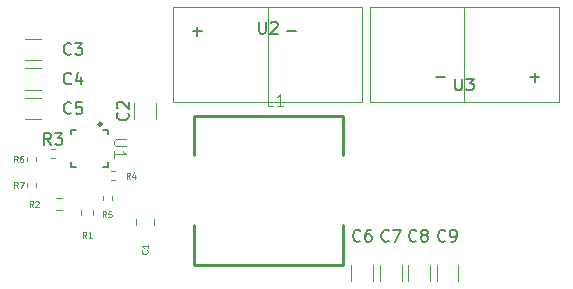
<source format=gbr>
%TF.GenerationSoftware,KiCad,Pcbnew,7.0.7*%
%TF.CreationDate,2024-01-22T10:51:04-08:00*%
%TF.ProjectId,DC-DC_converter_v2,44432d44-435f-4636-9f6e-766572746572,rev?*%
%TF.SameCoordinates,Original*%
%TF.FileFunction,Legend,Top*%
%TF.FilePolarity,Positive*%
%FSLAX46Y46*%
G04 Gerber Fmt 4.6, Leading zero omitted, Abs format (unit mm)*
G04 Created by KiCad (PCBNEW 7.0.7) date 2024-01-22 10:51:04*
%MOMM*%
%LPD*%
G01*
G04 APERTURE LIST*
%ADD10C,0.125000*%
%ADD11C,0.150000*%
%ADD12C,0.100000*%
%ADD13C,0.200000*%
%ADD14C,0.120000*%
%ADD15C,0.152000*%
%ADD16C,0.254000*%
G04 APERTURE END LIST*
D10*
X90077190Y-76783333D02*
X90101000Y-76807142D01*
X90101000Y-76807142D02*
X90124809Y-76878571D01*
X90124809Y-76878571D02*
X90124809Y-76926190D01*
X90124809Y-76926190D02*
X90101000Y-76997618D01*
X90101000Y-76997618D02*
X90053380Y-77045237D01*
X90053380Y-77045237D02*
X90005761Y-77069047D01*
X90005761Y-77069047D02*
X89910523Y-77092856D01*
X89910523Y-77092856D02*
X89839095Y-77092856D01*
X89839095Y-77092856D02*
X89743857Y-77069047D01*
X89743857Y-77069047D02*
X89696238Y-77045237D01*
X89696238Y-77045237D02*
X89648619Y-76997618D01*
X89648619Y-76997618D02*
X89624809Y-76926190D01*
X89624809Y-76926190D02*
X89624809Y-76878571D01*
X89624809Y-76878571D02*
X89648619Y-76807142D01*
X89648619Y-76807142D02*
X89672428Y-76783333D01*
X90124809Y-76307142D02*
X90124809Y-76592856D01*
X90124809Y-76449999D02*
X89624809Y-76449999D01*
X89624809Y-76449999D02*
X89696238Y-76497618D01*
X89696238Y-76497618D02*
X89743857Y-76545237D01*
X89743857Y-76545237D02*
X89767666Y-76592856D01*
D11*
X108134333Y-75977580D02*
X108086714Y-76025200D01*
X108086714Y-76025200D02*
X107943857Y-76072819D01*
X107943857Y-76072819D02*
X107848619Y-76072819D01*
X107848619Y-76072819D02*
X107705762Y-76025200D01*
X107705762Y-76025200D02*
X107610524Y-75929961D01*
X107610524Y-75929961D02*
X107562905Y-75834723D01*
X107562905Y-75834723D02*
X107515286Y-75644247D01*
X107515286Y-75644247D02*
X107515286Y-75501390D01*
X107515286Y-75501390D02*
X107562905Y-75310914D01*
X107562905Y-75310914D02*
X107610524Y-75215676D01*
X107610524Y-75215676D02*
X107705762Y-75120438D01*
X107705762Y-75120438D02*
X107848619Y-75072819D01*
X107848619Y-75072819D02*
X107943857Y-75072819D01*
X107943857Y-75072819D02*
X108086714Y-75120438D01*
X108086714Y-75120438D02*
X108134333Y-75168057D01*
X108991476Y-75072819D02*
X108801000Y-75072819D01*
X108801000Y-75072819D02*
X108705762Y-75120438D01*
X108705762Y-75120438D02*
X108658143Y-75168057D01*
X108658143Y-75168057D02*
X108562905Y-75310914D01*
X108562905Y-75310914D02*
X108515286Y-75501390D01*
X108515286Y-75501390D02*
X108515286Y-75882342D01*
X108515286Y-75882342D02*
X108562905Y-75977580D01*
X108562905Y-75977580D02*
X108610524Y-76025200D01*
X108610524Y-76025200D02*
X108705762Y-76072819D01*
X108705762Y-76072819D02*
X108896238Y-76072819D01*
X108896238Y-76072819D02*
X108991476Y-76025200D01*
X108991476Y-76025200D02*
X109039095Y-75977580D01*
X109039095Y-75977580D02*
X109086714Y-75882342D01*
X109086714Y-75882342D02*
X109086714Y-75644247D01*
X109086714Y-75644247D02*
X109039095Y-75549009D01*
X109039095Y-75549009D02*
X108991476Y-75501390D01*
X108991476Y-75501390D02*
X108896238Y-75453771D01*
X108896238Y-75453771D02*
X108705762Y-75453771D01*
X108705762Y-75453771D02*
X108610524Y-75501390D01*
X108610524Y-75501390D02*
X108562905Y-75549009D01*
X108562905Y-75549009D02*
X108515286Y-75644247D01*
D10*
X80416666Y-73124809D02*
X80250000Y-72886714D01*
X80130952Y-73124809D02*
X80130952Y-72624809D01*
X80130952Y-72624809D02*
X80321428Y-72624809D01*
X80321428Y-72624809D02*
X80369047Y-72648619D01*
X80369047Y-72648619D02*
X80392857Y-72672428D01*
X80392857Y-72672428D02*
X80416666Y-72720047D01*
X80416666Y-72720047D02*
X80416666Y-72791476D01*
X80416666Y-72791476D02*
X80392857Y-72839095D01*
X80392857Y-72839095D02*
X80369047Y-72862904D01*
X80369047Y-72862904D02*
X80321428Y-72886714D01*
X80321428Y-72886714D02*
X80130952Y-72886714D01*
X80607143Y-72672428D02*
X80630952Y-72648619D01*
X80630952Y-72648619D02*
X80678571Y-72624809D01*
X80678571Y-72624809D02*
X80797619Y-72624809D01*
X80797619Y-72624809D02*
X80845238Y-72648619D01*
X80845238Y-72648619D02*
X80869047Y-72672428D01*
X80869047Y-72672428D02*
X80892857Y-72720047D01*
X80892857Y-72720047D02*
X80892857Y-72767666D01*
X80892857Y-72767666D02*
X80869047Y-72839095D01*
X80869047Y-72839095D02*
X80583333Y-73124809D01*
X80583333Y-73124809D02*
X80892857Y-73124809D01*
D12*
X88270580Y-67388095D02*
X87461057Y-67388095D01*
X87461057Y-67388095D02*
X87365819Y-67435714D01*
X87365819Y-67435714D02*
X87318200Y-67483333D01*
X87318200Y-67483333D02*
X87270580Y-67578571D01*
X87270580Y-67578571D02*
X87270580Y-67769047D01*
X87270580Y-67769047D02*
X87318200Y-67864285D01*
X87318200Y-67864285D02*
X87365819Y-67911904D01*
X87365819Y-67911904D02*
X87461057Y-67959523D01*
X87461057Y-67959523D02*
X88270580Y-67959523D01*
X87270580Y-68959523D02*
X87270580Y-68388095D01*
X87270580Y-68673809D02*
X88270580Y-68673809D01*
X88270580Y-68673809D02*
X88127723Y-68578571D01*
X88127723Y-68578571D02*
X88032485Y-68483333D01*
X88032485Y-68483333D02*
X87984866Y-68388095D01*
D10*
X86591666Y-73999809D02*
X86425000Y-73761714D01*
X86305952Y-73999809D02*
X86305952Y-73499809D01*
X86305952Y-73499809D02*
X86496428Y-73499809D01*
X86496428Y-73499809D02*
X86544047Y-73523619D01*
X86544047Y-73523619D02*
X86567857Y-73547428D01*
X86567857Y-73547428D02*
X86591666Y-73595047D01*
X86591666Y-73595047D02*
X86591666Y-73666476D01*
X86591666Y-73666476D02*
X86567857Y-73714095D01*
X86567857Y-73714095D02*
X86544047Y-73737904D01*
X86544047Y-73737904D02*
X86496428Y-73761714D01*
X86496428Y-73761714D02*
X86305952Y-73761714D01*
X87044047Y-73499809D02*
X86805952Y-73499809D01*
X86805952Y-73499809D02*
X86782143Y-73737904D01*
X86782143Y-73737904D02*
X86805952Y-73714095D01*
X86805952Y-73714095D02*
X86853571Y-73690285D01*
X86853571Y-73690285D02*
X86972619Y-73690285D01*
X86972619Y-73690285D02*
X87020238Y-73714095D01*
X87020238Y-73714095D02*
X87044047Y-73737904D01*
X87044047Y-73737904D02*
X87067857Y-73785523D01*
X87067857Y-73785523D02*
X87067857Y-73904571D01*
X87067857Y-73904571D02*
X87044047Y-73952190D01*
X87044047Y-73952190D02*
X87020238Y-73976000D01*
X87020238Y-73976000D02*
X86972619Y-73999809D01*
X86972619Y-73999809D02*
X86853571Y-73999809D01*
X86853571Y-73999809D02*
X86805952Y-73976000D01*
X86805952Y-73976000D02*
X86782143Y-73952190D01*
D11*
X112875333Y-75977580D02*
X112827714Y-76025200D01*
X112827714Y-76025200D02*
X112684857Y-76072819D01*
X112684857Y-76072819D02*
X112589619Y-76072819D01*
X112589619Y-76072819D02*
X112446762Y-76025200D01*
X112446762Y-76025200D02*
X112351524Y-75929961D01*
X112351524Y-75929961D02*
X112303905Y-75834723D01*
X112303905Y-75834723D02*
X112256286Y-75644247D01*
X112256286Y-75644247D02*
X112256286Y-75501390D01*
X112256286Y-75501390D02*
X112303905Y-75310914D01*
X112303905Y-75310914D02*
X112351524Y-75215676D01*
X112351524Y-75215676D02*
X112446762Y-75120438D01*
X112446762Y-75120438D02*
X112589619Y-75072819D01*
X112589619Y-75072819D02*
X112684857Y-75072819D01*
X112684857Y-75072819D02*
X112827714Y-75120438D01*
X112827714Y-75120438D02*
X112875333Y-75168057D01*
X113446762Y-75501390D02*
X113351524Y-75453771D01*
X113351524Y-75453771D02*
X113303905Y-75406152D01*
X113303905Y-75406152D02*
X113256286Y-75310914D01*
X113256286Y-75310914D02*
X113256286Y-75263295D01*
X113256286Y-75263295D02*
X113303905Y-75168057D01*
X113303905Y-75168057D02*
X113351524Y-75120438D01*
X113351524Y-75120438D02*
X113446762Y-75072819D01*
X113446762Y-75072819D02*
X113637238Y-75072819D01*
X113637238Y-75072819D02*
X113732476Y-75120438D01*
X113732476Y-75120438D02*
X113780095Y-75168057D01*
X113780095Y-75168057D02*
X113827714Y-75263295D01*
X113827714Y-75263295D02*
X113827714Y-75310914D01*
X113827714Y-75310914D02*
X113780095Y-75406152D01*
X113780095Y-75406152D02*
X113732476Y-75453771D01*
X113732476Y-75453771D02*
X113637238Y-75501390D01*
X113637238Y-75501390D02*
X113446762Y-75501390D01*
X113446762Y-75501390D02*
X113351524Y-75549009D01*
X113351524Y-75549009D02*
X113303905Y-75596628D01*
X113303905Y-75596628D02*
X113256286Y-75691866D01*
X113256286Y-75691866D02*
X113256286Y-75882342D01*
X113256286Y-75882342D02*
X113303905Y-75977580D01*
X113303905Y-75977580D02*
X113351524Y-76025200D01*
X113351524Y-76025200D02*
X113446762Y-76072819D01*
X113446762Y-76072819D02*
X113637238Y-76072819D01*
X113637238Y-76072819D02*
X113732476Y-76025200D01*
X113732476Y-76025200D02*
X113780095Y-75977580D01*
X113780095Y-75977580D02*
X113827714Y-75882342D01*
X113827714Y-75882342D02*
X113827714Y-75691866D01*
X113827714Y-75691866D02*
X113780095Y-75596628D01*
X113780095Y-75596628D02*
X113732476Y-75549009D01*
X113732476Y-75549009D02*
X113637238Y-75501390D01*
D10*
X84916666Y-75724809D02*
X84750000Y-75486714D01*
X84630952Y-75724809D02*
X84630952Y-75224809D01*
X84630952Y-75224809D02*
X84821428Y-75224809D01*
X84821428Y-75224809D02*
X84869047Y-75248619D01*
X84869047Y-75248619D02*
X84892857Y-75272428D01*
X84892857Y-75272428D02*
X84916666Y-75320047D01*
X84916666Y-75320047D02*
X84916666Y-75391476D01*
X84916666Y-75391476D02*
X84892857Y-75439095D01*
X84892857Y-75439095D02*
X84869047Y-75462904D01*
X84869047Y-75462904D02*
X84821428Y-75486714D01*
X84821428Y-75486714D02*
X84630952Y-75486714D01*
X85392857Y-75724809D02*
X85107143Y-75724809D01*
X85250000Y-75724809D02*
X85250000Y-75224809D01*
X85250000Y-75224809D02*
X85202381Y-75296238D01*
X85202381Y-75296238D02*
X85154762Y-75343857D01*
X85154762Y-75343857D02*
X85107143Y-75367666D01*
D11*
X81933333Y-67884819D02*
X81600000Y-67408628D01*
X81361905Y-67884819D02*
X81361905Y-66884819D01*
X81361905Y-66884819D02*
X81742857Y-66884819D01*
X81742857Y-66884819D02*
X81838095Y-66932438D01*
X81838095Y-66932438D02*
X81885714Y-66980057D01*
X81885714Y-66980057D02*
X81933333Y-67075295D01*
X81933333Y-67075295D02*
X81933333Y-67218152D01*
X81933333Y-67218152D02*
X81885714Y-67313390D01*
X81885714Y-67313390D02*
X81838095Y-67361009D01*
X81838095Y-67361009D02*
X81742857Y-67408628D01*
X81742857Y-67408628D02*
X81361905Y-67408628D01*
X82266667Y-66884819D02*
X82885714Y-66884819D01*
X82885714Y-66884819D02*
X82552381Y-67265771D01*
X82552381Y-67265771D02*
X82695238Y-67265771D01*
X82695238Y-67265771D02*
X82790476Y-67313390D01*
X82790476Y-67313390D02*
X82838095Y-67361009D01*
X82838095Y-67361009D02*
X82885714Y-67456247D01*
X82885714Y-67456247D02*
X82885714Y-67694342D01*
X82885714Y-67694342D02*
X82838095Y-67789580D01*
X82838095Y-67789580D02*
X82790476Y-67837200D01*
X82790476Y-67837200D02*
X82695238Y-67884819D01*
X82695238Y-67884819D02*
X82409524Y-67884819D01*
X82409524Y-67884819D02*
X82314286Y-67837200D01*
X82314286Y-67837200D02*
X82266667Y-67789580D01*
D12*
X100753333Y-64537419D02*
X100277143Y-64537419D01*
X100277143Y-64537419D02*
X100277143Y-63537419D01*
X101610476Y-64537419D02*
X101039048Y-64537419D01*
X101324762Y-64537419D02*
X101324762Y-63537419D01*
X101324762Y-63537419D02*
X101229524Y-63680276D01*
X101229524Y-63680276D02*
X101134286Y-63775514D01*
X101134286Y-63775514D02*
X101039048Y-63823133D01*
D11*
X110525333Y-75977580D02*
X110477714Y-76025200D01*
X110477714Y-76025200D02*
X110334857Y-76072819D01*
X110334857Y-76072819D02*
X110239619Y-76072819D01*
X110239619Y-76072819D02*
X110096762Y-76025200D01*
X110096762Y-76025200D02*
X110001524Y-75929961D01*
X110001524Y-75929961D02*
X109953905Y-75834723D01*
X109953905Y-75834723D02*
X109906286Y-75644247D01*
X109906286Y-75644247D02*
X109906286Y-75501390D01*
X109906286Y-75501390D02*
X109953905Y-75310914D01*
X109953905Y-75310914D02*
X110001524Y-75215676D01*
X110001524Y-75215676D02*
X110096762Y-75120438D01*
X110096762Y-75120438D02*
X110239619Y-75072819D01*
X110239619Y-75072819D02*
X110334857Y-75072819D01*
X110334857Y-75072819D02*
X110477714Y-75120438D01*
X110477714Y-75120438D02*
X110525333Y-75168057D01*
X110858667Y-75072819D02*
X111525333Y-75072819D01*
X111525333Y-75072819D02*
X111096762Y-76072819D01*
X88409580Y-65166666D02*
X88457200Y-65214285D01*
X88457200Y-65214285D02*
X88504819Y-65357142D01*
X88504819Y-65357142D02*
X88504819Y-65452380D01*
X88504819Y-65452380D02*
X88457200Y-65595237D01*
X88457200Y-65595237D02*
X88361961Y-65690475D01*
X88361961Y-65690475D02*
X88266723Y-65738094D01*
X88266723Y-65738094D02*
X88076247Y-65785713D01*
X88076247Y-65785713D02*
X87933390Y-65785713D01*
X87933390Y-65785713D02*
X87742914Y-65738094D01*
X87742914Y-65738094D02*
X87647676Y-65690475D01*
X87647676Y-65690475D02*
X87552438Y-65595237D01*
X87552438Y-65595237D02*
X87504819Y-65452380D01*
X87504819Y-65452380D02*
X87504819Y-65357142D01*
X87504819Y-65357142D02*
X87552438Y-65214285D01*
X87552438Y-65214285D02*
X87600057Y-65166666D01*
X87600057Y-64785713D02*
X87552438Y-64738094D01*
X87552438Y-64738094D02*
X87504819Y-64642856D01*
X87504819Y-64642856D02*
X87504819Y-64404761D01*
X87504819Y-64404761D02*
X87552438Y-64309523D01*
X87552438Y-64309523D02*
X87600057Y-64261904D01*
X87600057Y-64261904D02*
X87695295Y-64214285D01*
X87695295Y-64214285D02*
X87790533Y-64214285D01*
X87790533Y-64214285D02*
X87933390Y-64261904D01*
X87933390Y-64261904D02*
X88504819Y-64833332D01*
X88504819Y-64833332D02*
X88504819Y-64214285D01*
D10*
X79116666Y-69314809D02*
X78950000Y-69076714D01*
X78830952Y-69314809D02*
X78830952Y-68814809D01*
X78830952Y-68814809D02*
X79021428Y-68814809D01*
X79021428Y-68814809D02*
X79069047Y-68838619D01*
X79069047Y-68838619D02*
X79092857Y-68862428D01*
X79092857Y-68862428D02*
X79116666Y-68910047D01*
X79116666Y-68910047D02*
X79116666Y-68981476D01*
X79116666Y-68981476D02*
X79092857Y-69029095D01*
X79092857Y-69029095D02*
X79069047Y-69052904D01*
X79069047Y-69052904D02*
X79021428Y-69076714D01*
X79021428Y-69076714D02*
X78830952Y-69076714D01*
X79545238Y-68814809D02*
X79450000Y-68814809D01*
X79450000Y-68814809D02*
X79402381Y-68838619D01*
X79402381Y-68838619D02*
X79378571Y-68862428D01*
X79378571Y-68862428D02*
X79330952Y-68933857D01*
X79330952Y-68933857D02*
X79307143Y-69029095D01*
X79307143Y-69029095D02*
X79307143Y-69219571D01*
X79307143Y-69219571D02*
X79330952Y-69267190D01*
X79330952Y-69267190D02*
X79354762Y-69291000D01*
X79354762Y-69291000D02*
X79402381Y-69314809D01*
X79402381Y-69314809D02*
X79497619Y-69314809D01*
X79497619Y-69314809D02*
X79545238Y-69291000D01*
X79545238Y-69291000D02*
X79569047Y-69267190D01*
X79569047Y-69267190D02*
X79592857Y-69219571D01*
X79592857Y-69219571D02*
X79592857Y-69100523D01*
X79592857Y-69100523D02*
X79569047Y-69052904D01*
X79569047Y-69052904D02*
X79545238Y-69029095D01*
X79545238Y-69029095D02*
X79497619Y-69005285D01*
X79497619Y-69005285D02*
X79402381Y-69005285D01*
X79402381Y-69005285D02*
X79354762Y-69029095D01*
X79354762Y-69029095D02*
X79330952Y-69052904D01*
X79330952Y-69052904D02*
X79307143Y-69100523D01*
D11*
X83633333Y-60159580D02*
X83585714Y-60207200D01*
X83585714Y-60207200D02*
X83442857Y-60254819D01*
X83442857Y-60254819D02*
X83347619Y-60254819D01*
X83347619Y-60254819D02*
X83204762Y-60207200D01*
X83204762Y-60207200D02*
X83109524Y-60111961D01*
X83109524Y-60111961D02*
X83061905Y-60016723D01*
X83061905Y-60016723D02*
X83014286Y-59826247D01*
X83014286Y-59826247D02*
X83014286Y-59683390D01*
X83014286Y-59683390D02*
X83061905Y-59492914D01*
X83061905Y-59492914D02*
X83109524Y-59397676D01*
X83109524Y-59397676D02*
X83204762Y-59302438D01*
X83204762Y-59302438D02*
X83347619Y-59254819D01*
X83347619Y-59254819D02*
X83442857Y-59254819D01*
X83442857Y-59254819D02*
X83585714Y-59302438D01*
X83585714Y-59302438D02*
X83633333Y-59350057D01*
X83966667Y-59254819D02*
X84585714Y-59254819D01*
X84585714Y-59254819D02*
X84252381Y-59635771D01*
X84252381Y-59635771D02*
X84395238Y-59635771D01*
X84395238Y-59635771D02*
X84490476Y-59683390D01*
X84490476Y-59683390D02*
X84538095Y-59731009D01*
X84538095Y-59731009D02*
X84585714Y-59826247D01*
X84585714Y-59826247D02*
X84585714Y-60064342D01*
X84585714Y-60064342D02*
X84538095Y-60159580D01*
X84538095Y-60159580D02*
X84490476Y-60207200D01*
X84490476Y-60207200D02*
X84395238Y-60254819D01*
X84395238Y-60254819D02*
X84109524Y-60254819D01*
X84109524Y-60254819D02*
X84014286Y-60207200D01*
X84014286Y-60207200D02*
X83966667Y-60159580D01*
D10*
X88616666Y-70724809D02*
X88450000Y-70486714D01*
X88330952Y-70724809D02*
X88330952Y-70224809D01*
X88330952Y-70224809D02*
X88521428Y-70224809D01*
X88521428Y-70224809D02*
X88569047Y-70248619D01*
X88569047Y-70248619D02*
X88592857Y-70272428D01*
X88592857Y-70272428D02*
X88616666Y-70320047D01*
X88616666Y-70320047D02*
X88616666Y-70391476D01*
X88616666Y-70391476D02*
X88592857Y-70439095D01*
X88592857Y-70439095D02*
X88569047Y-70462904D01*
X88569047Y-70462904D02*
X88521428Y-70486714D01*
X88521428Y-70486714D02*
X88330952Y-70486714D01*
X89045238Y-70391476D02*
X89045238Y-70724809D01*
X88926190Y-70201000D02*
X88807143Y-70558142D01*
X88807143Y-70558142D02*
X89116666Y-70558142D01*
D11*
X83633333Y-65159580D02*
X83585714Y-65207200D01*
X83585714Y-65207200D02*
X83442857Y-65254819D01*
X83442857Y-65254819D02*
X83347619Y-65254819D01*
X83347619Y-65254819D02*
X83204762Y-65207200D01*
X83204762Y-65207200D02*
X83109524Y-65111961D01*
X83109524Y-65111961D02*
X83061905Y-65016723D01*
X83061905Y-65016723D02*
X83014286Y-64826247D01*
X83014286Y-64826247D02*
X83014286Y-64683390D01*
X83014286Y-64683390D02*
X83061905Y-64492914D01*
X83061905Y-64492914D02*
X83109524Y-64397676D01*
X83109524Y-64397676D02*
X83204762Y-64302438D01*
X83204762Y-64302438D02*
X83347619Y-64254819D01*
X83347619Y-64254819D02*
X83442857Y-64254819D01*
X83442857Y-64254819D02*
X83585714Y-64302438D01*
X83585714Y-64302438D02*
X83633333Y-64350057D01*
X84538095Y-64254819D02*
X84061905Y-64254819D01*
X84061905Y-64254819D02*
X84014286Y-64731009D01*
X84014286Y-64731009D02*
X84061905Y-64683390D01*
X84061905Y-64683390D02*
X84157143Y-64635771D01*
X84157143Y-64635771D02*
X84395238Y-64635771D01*
X84395238Y-64635771D02*
X84490476Y-64683390D01*
X84490476Y-64683390D02*
X84538095Y-64731009D01*
X84538095Y-64731009D02*
X84585714Y-64826247D01*
X84585714Y-64826247D02*
X84585714Y-65064342D01*
X84585714Y-65064342D02*
X84538095Y-65159580D01*
X84538095Y-65159580D02*
X84490476Y-65207200D01*
X84490476Y-65207200D02*
X84395238Y-65254819D01*
X84395238Y-65254819D02*
X84157143Y-65254819D01*
X84157143Y-65254819D02*
X84061905Y-65207200D01*
X84061905Y-65207200D02*
X84014286Y-65159580D01*
X99538095Y-57454819D02*
X99538095Y-58264342D01*
X99538095Y-58264342D02*
X99585714Y-58359580D01*
X99585714Y-58359580D02*
X99633333Y-58407200D01*
X99633333Y-58407200D02*
X99728571Y-58454819D01*
X99728571Y-58454819D02*
X99919047Y-58454819D01*
X99919047Y-58454819D02*
X100014285Y-58407200D01*
X100014285Y-58407200D02*
X100061904Y-58359580D01*
X100061904Y-58359580D02*
X100109523Y-58264342D01*
X100109523Y-58264342D02*
X100109523Y-57454819D01*
X100538095Y-57550057D02*
X100585714Y-57502438D01*
X100585714Y-57502438D02*
X100680952Y-57454819D01*
X100680952Y-57454819D02*
X100919047Y-57454819D01*
X100919047Y-57454819D02*
X101014285Y-57502438D01*
X101014285Y-57502438D02*
X101061904Y-57550057D01*
X101061904Y-57550057D02*
X101109523Y-57645295D01*
X101109523Y-57645295D02*
X101109523Y-57740533D01*
X101109523Y-57740533D02*
X101061904Y-57883390D01*
X101061904Y-57883390D02*
X100490476Y-58454819D01*
X100490476Y-58454819D02*
X101109523Y-58454819D01*
D13*
X101919048Y-58271266D02*
X102680953Y-58271266D01*
X93919048Y-58271266D02*
X94680953Y-58271266D01*
X94300000Y-58652219D02*
X94300000Y-57890314D01*
D10*
X79116666Y-71514809D02*
X78950000Y-71276714D01*
X78830952Y-71514809D02*
X78830952Y-71014809D01*
X78830952Y-71014809D02*
X79021428Y-71014809D01*
X79021428Y-71014809D02*
X79069047Y-71038619D01*
X79069047Y-71038619D02*
X79092857Y-71062428D01*
X79092857Y-71062428D02*
X79116666Y-71110047D01*
X79116666Y-71110047D02*
X79116666Y-71181476D01*
X79116666Y-71181476D02*
X79092857Y-71229095D01*
X79092857Y-71229095D02*
X79069047Y-71252904D01*
X79069047Y-71252904D02*
X79021428Y-71276714D01*
X79021428Y-71276714D02*
X78830952Y-71276714D01*
X79283333Y-71014809D02*
X79616666Y-71014809D01*
X79616666Y-71014809D02*
X79402381Y-71514809D01*
D11*
X83633333Y-62659580D02*
X83585714Y-62707200D01*
X83585714Y-62707200D02*
X83442857Y-62754819D01*
X83442857Y-62754819D02*
X83347619Y-62754819D01*
X83347619Y-62754819D02*
X83204762Y-62707200D01*
X83204762Y-62707200D02*
X83109524Y-62611961D01*
X83109524Y-62611961D02*
X83061905Y-62516723D01*
X83061905Y-62516723D02*
X83014286Y-62326247D01*
X83014286Y-62326247D02*
X83014286Y-62183390D01*
X83014286Y-62183390D02*
X83061905Y-61992914D01*
X83061905Y-61992914D02*
X83109524Y-61897676D01*
X83109524Y-61897676D02*
X83204762Y-61802438D01*
X83204762Y-61802438D02*
X83347619Y-61754819D01*
X83347619Y-61754819D02*
X83442857Y-61754819D01*
X83442857Y-61754819D02*
X83585714Y-61802438D01*
X83585714Y-61802438D02*
X83633333Y-61850057D01*
X84490476Y-62088152D02*
X84490476Y-62754819D01*
X84252381Y-61707200D02*
X84014286Y-62421485D01*
X84014286Y-62421485D02*
X84633333Y-62421485D01*
X116138095Y-62254819D02*
X116138095Y-63064342D01*
X116138095Y-63064342D02*
X116185714Y-63159580D01*
X116185714Y-63159580D02*
X116233333Y-63207200D01*
X116233333Y-63207200D02*
X116328571Y-63254819D01*
X116328571Y-63254819D02*
X116519047Y-63254819D01*
X116519047Y-63254819D02*
X116614285Y-63207200D01*
X116614285Y-63207200D02*
X116661904Y-63159580D01*
X116661904Y-63159580D02*
X116709523Y-63064342D01*
X116709523Y-63064342D02*
X116709523Y-62254819D01*
X117090476Y-62254819D02*
X117709523Y-62254819D01*
X117709523Y-62254819D02*
X117376190Y-62635771D01*
X117376190Y-62635771D02*
X117519047Y-62635771D01*
X117519047Y-62635771D02*
X117614285Y-62683390D01*
X117614285Y-62683390D02*
X117661904Y-62731009D01*
X117661904Y-62731009D02*
X117709523Y-62826247D01*
X117709523Y-62826247D02*
X117709523Y-63064342D01*
X117709523Y-63064342D02*
X117661904Y-63159580D01*
X117661904Y-63159580D02*
X117614285Y-63207200D01*
X117614285Y-63207200D02*
X117519047Y-63254819D01*
X117519047Y-63254819D02*
X117233333Y-63254819D01*
X117233333Y-63254819D02*
X117138095Y-63207200D01*
X117138095Y-63207200D02*
X117090476Y-63159580D01*
D13*
X115280951Y-62128733D02*
X114519047Y-62128733D01*
X123280951Y-62128733D02*
X122519047Y-62128733D01*
X122899999Y-61747780D02*
X122899999Y-62509685D01*
D11*
X115325333Y-75977580D02*
X115277714Y-76025200D01*
X115277714Y-76025200D02*
X115134857Y-76072819D01*
X115134857Y-76072819D02*
X115039619Y-76072819D01*
X115039619Y-76072819D02*
X114896762Y-76025200D01*
X114896762Y-76025200D02*
X114801524Y-75929961D01*
X114801524Y-75929961D02*
X114753905Y-75834723D01*
X114753905Y-75834723D02*
X114706286Y-75644247D01*
X114706286Y-75644247D02*
X114706286Y-75501390D01*
X114706286Y-75501390D02*
X114753905Y-75310914D01*
X114753905Y-75310914D02*
X114801524Y-75215676D01*
X114801524Y-75215676D02*
X114896762Y-75120438D01*
X114896762Y-75120438D02*
X115039619Y-75072819D01*
X115039619Y-75072819D02*
X115134857Y-75072819D01*
X115134857Y-75072819D02*
X115277714Y-75120438D01*
X115277714Y-75120438D02*
X115325333Y-75168057D01*
X115801524Y-76072819D02*
X115992000Y-76072819D01*
X115992000Y-76072819D02*
X116087238Y-76025200D01*
X116087238Y-76025200D02*
X116134857Y-75977580D01*
X116134857Y-75977580D02*
X116230095Y-75834723D01*
X116230095Y-75834723D02*
X116277714Y-75644247D01*
X116277714Y-75644247D02*
X116277714Y-75263295D01*
X116277714Y-75263295D02*
X116230095Y-75168057D01*
X116230095Y-75168057D02*
X116182476Y-75120438D01*
X116182476Y-75120438D02*
X116087238Y-75072819D01*
X116087238Y-75072819D02*
X115896762Y-75072819D01*
X115896762Y-75072819D02*
X115801524Y-75120438D01*
X115801524Y-75120438D02*
X115753905Y-75168057D01*
X115753905Y-75168057D02*
X115706286Y-75263295D01*
X115706286Y-75263295D02*
X115706286Y-75501390D01*
X115706286Y-75501390D02*
X115753905Y-75596628D01*
X115753905Y-75596628D02*
X115801524Y-75644247D01*
X115801524Y-75644247D02*
X115896762Y-75691866D01*
X115896762Y-75691866D02*
X116087238Y-75691866D01*
X116087238Y-75691866D02*
X116182476Y-75644247D01*
X116182476Y-75644247D02*
X116230095Y-75596628D01*
X116230095Y-75596628D02*
X116277714Y-75501390D01*
D14*
%TO.C,C1*%
X90635000Y-74138748D02*
X90635000Y-74661252D01*
X89165000Y-74138748D02*
X89165000Y-74661252D01*
%TO.C,C6*%
X107350000Y-79429252D02*
X107350000Y-78006748D01*
X109170000Y-79429252D02*
X109170000Y-78006748D01*
%TO.C,R2*%
X82837258Y-73422500D02*
X82362742Y-73422500D01*
X82837258Y-72377500D02*
X82362742Y-72377500D01*
D15*
%TO.C,U1*%
X86764000Y-66574000D02*
X86764000Y-66972000D01*
X86366000Y-66574000D02*
X86764000Y-66574000D01*
X84010000Y-66574000D02*
X83612000Y-66574000D01*
X83612000Y-66574000D02*
X83612000Y-66972000D01*
X86764000Y-69726000D02*
X86764000Y-69328000D01*
X86366000Y-69726000D02*
X86764000Y-69726000D01*
X84010000Y-69726000D02*
X83612000Y-69726000D01*
X83612000Y-69726000D02*
X83612000Y-69328000D01*
D16*
X86215000Y-66100000D02*
G75*
G03*
X86215000Y-66100000I-127000J0D01*
G01*
D14*
%TO.C,R5*%
X87055000Y-72221359D02*
X87055000Y-72528641D01*
X86295000Y-72221359D02*
X86295000Y-72528641D01*
%TO.C,C8*%
X112191000Y-79429252D02*
X112191000Y-78006748D01*
X114011000Y-79429252D02*
X114011000Y-78006748D01*
%TO.C,R1*%
X84477500Y-73837258D02*
X84477500Y-73362742D01*
X85522500Y-73837258D02*
X85522500Y-73362742D01*
%TO.C,R3*%
X81946359Y-68220000D02*
X82253641Y-68220000D01*
X81946359Y-68980000D02*
X82253641Y-68980000D01*
D16*
%TO.C,L1*%
X94075000Y-65450000D02*
X106625000Y-65450000D01*
X94075000Y-68719000D02*
X94075000Y-65450000D01*
X94075000Y-78050000D02*
X94075000Y-74681000D01*
X106625000Y-65450000D02*
X106625000Y-68719000D01*
X106625000Y-74681000D02*
X106625000Y-78050000D01*
X106625000Y-78050000D02*
X94075000Y-78050000D01*
D14*
%TO.C,C7*%
X109791000Y-79429252D02*
X109791000Y-78006748D01*
X111611000Y-79429252D02*
X111611000Y-78006748D01*
%TO.C,C2*%
X88990000Y-65711252D02*
X88990000Y-64288748D01*
X90810000Y-65711252D02*
X90810000Y-64288748D01*
%TO.C,R6*%
X80680000Y-68936359D02*
X80680000Y-69243641D01*
X79920000Y-68936359D02*
X79920000Y-69243641D01*
%TO.C,C3*%
X79688748Y-58890000D02*
X81111252Y-58890000D01*
X79688748Y-60710000D02*
X81111252Y-60710000D01*
%TO.C,R4*%
X87353641Y-70880000D02*
X87046359Y-70880000D01*
X87353641Y-70120000D02*
X87046359Y-70120000D01*
%TO.C,C5*%
X79688748Y-63890000D02*
X81111252Y-63890000D01*
X79688748Y-65710000D02*
X81111252Y-65710000D01*
%TO.C,U2*%
X100300000Y-56200000D02*
X92300000Y-56200000D01*
X92300000Y-56200000D02*
X92300000Y-64200000D01*
X92300000Y-64200000D02*
X100300000Y-64200000D01*
X100300000Y-64200000D02*
X100300000Y-56200000D01*
X100300000Y-56200000D02*
X108300000Y-56200000D01*
X108300000Y-56200000D02*
X108300000Y-64200000D01*
X108300000Y-64200000D02*
X100300000Y-64200000D01*
X100300000Y-64200000D02*
X100300000Y-56200000D01*
%TO.C,R7*%
X80680000Y-71136359D02*
X80680000Y-71443641D01*
X79920000Y-71136359D02*
X79920000Y-71443641D01*
%TO.C,C4*%
X79688748Y-61390000D02*
X81111252Y-61390000D01*
X79688748Y-63210000D02*
X81111252Y-63210000D01*
%TO.C,U3*%
X116900000Y-64200000D02*
X124900000Y-64200000D01*
X124900000Y-64200000D02*
X124900000Y-56200000D01*
X124900000Y-56200000D02*
X116900000Y-56200000D01*
X116900000Y-56200000D02*
X116900000Y-64200000D01*
X116900000Y-64200000D02*
X108900000Y-64200000D01*
X108900000Y-64200000D02*
X108900000Y-56200000D01*
X108900000Y-56200000D02*
X116900000Y-56200000D01*
X116900000Y-56200000D02*
X116900000Y-64200000D01*
%TO.C,C9*%
X114591000Y-79429252D02*
X114591000Y-78006748D01*
X116411000Y-79429252D02*
X116411000Y-78006748D01*
%TD*%
M02*

</source>
